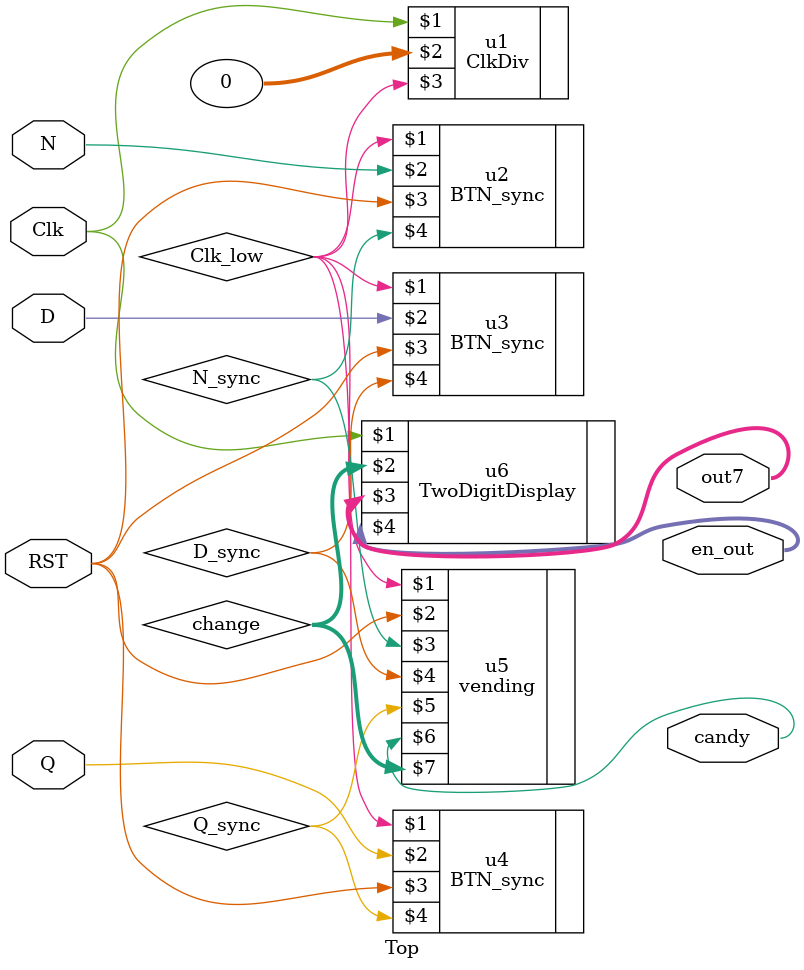
<source format=v>
`timescale 1ns/1ps

module Top(Clk, RST, N, D, Q, candy, out7, en_out);
	
	input Clk, RST, N, D, Q;
	output wire candy;	
    output  wire [6:0] out7;
    output  wire [7:0] en_out;

	wire Clk_low;
	wire N_sync, D_sync, Q_sync;
	wire [5:0] change;

	ClkDiv u1(Clk, 0, Clk_low);
	//BTN_sync(Clk, BTN, RST, Outp);
	BTN_sync u2(Clk_low, N, RST, N_sync);
	BTN_sync u3(Clk_low, D, RST, D_sync);
	BTN_sync u4(Clk_low, Q, RST, Q_sync);
	//vending(Clk, RST, N, D, Q, CAN, CHG);
	vending u5(Clk_low, RST, N_sync, D_sync, Q_sync, candy, change);
	TwoDigitDisplay u6(Clk, change, out7, en_out);

endmodule

</source>
